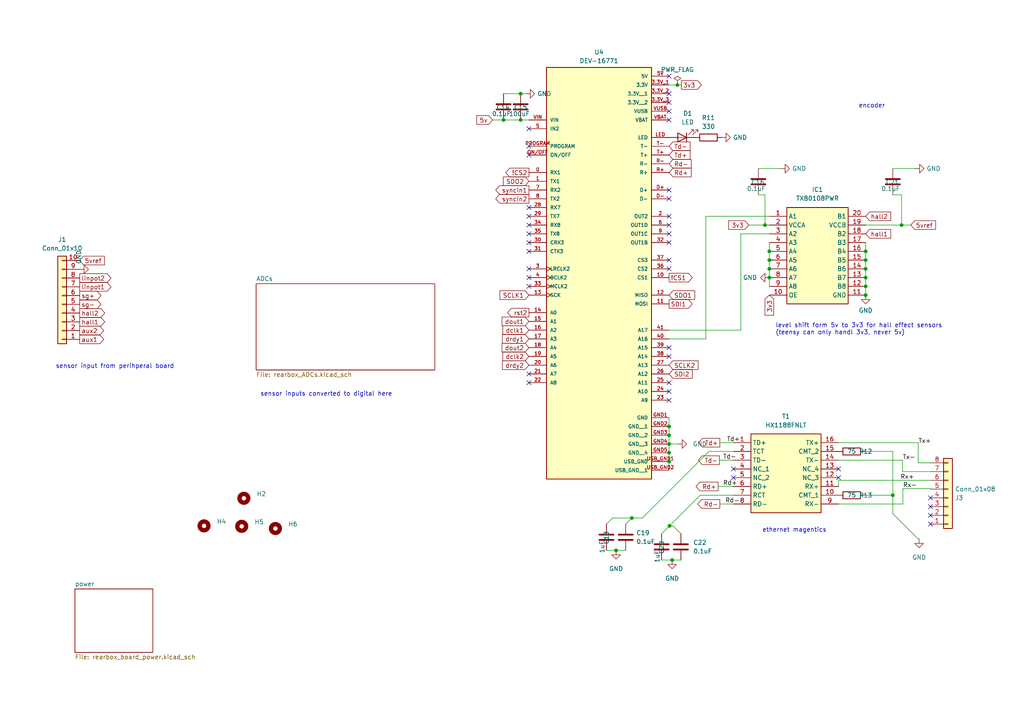
<source format=kicad_sch>
(kicad_sch (version 20230121) (generator eeschema)
  (paper "A4")
  (lib_symbols
    (symbol "BestMagnetic:HX1188FNLT"
      (property "Reference" "T" (at 26.67 7.62 0))
      (property "Value" "HX1188FNLT" (at 26.67 5.08 0))
      (symbol "HX1188FNLT_1_1"
        (rectangle (start 5.08 2.54) (end 25.4 -20.32) (stroke (width 0.254)) (fill (type background)))
        (pin passive line (at 0 0 0) (length 5.08) (name "TD+") (number "1"))
        (pin passive line (at 30.48 -15.24 180) (length 5.08) (name "CMT_1") (number "10"))
        (pin passive line (at 30.48 -12.7 180) (length 5.08) (name "RX+") (number "11"))
        (pin passive line (at 30.48 -10.16 180) (length 5.08) (name "NC_3") (number "12"))
        (pin passive line (at 30.48 -7.62 180) (length 5.08) (name "NC_4") (number "13"))
        (pin passive line (at 30.48 -5.08 180) (length 5.08) (name "TX-") (number "14"))
        (pin passive line (at 30.48 -2.54 180) (length 5.08) (name "CMT_2") (number "15"))
        (pin passive line (at 30.48 0 180) (length 5.08) (name "TX+") (number "16"))
        (pin passive line (at 0 -2.54 0) (length 5.08) (name "TCT") (number "2"))
        (pin passive line (at 0 -5.08 0) (length 5.08) (name "TD-") (number "3"))
        (pin passive line (at 0 -7.62 0) (length 5.08) (name "NC_1") (number "4"))
        (pin passive line (at 0 -10.16 0) (length 5.08) (name "NC_2") (number "5"))
        (pin passive line (at 0 -12.7 0) (length 5.08) (name "RD+") (number "6"))
        (pin passive line (at 0 -15.24 0) (length 5.08) (name "RCT") (number "7"))
        (pin passive line (at 0 -17.78 0) (length 5.08) (name "RD-") (number "8"))
        (pin passive line (at 30.48 -17.78 180) (length 5.08) (name "RX-") (number "9"))
      )
    )
    (symbol "Connector_Generic:Conn_01x08" (pin_names (offset 1.016) hide)
      (property "Reference" "J" (at 0 10.16 0))
      (property "Value" "Conn_01x08" (at 0 -12.7 0))
      (symbol "Conn_01x08_1_1"
        (rectangle (start -1.27 -10.033) (end 0 -10.287) (stroke (width 0.1524)))
        (rectangle (start -1.27 -7.493) (end 0 -7.747) (stroke (width 0.1524)))
        (rectangle (start -1.27 -4.953) (end 0 -5.207) (stroke (width 0.1524)))
        (rectangle (start -1.27 -2.413) (end 0 -2.667) (stroke (width 0.1524)))
        (rectangle (start -1.27 0.127) (end 0 -0.127) (stroke (width 0.1524)))
        (rectangle (start -1.27 2.667) (end 0 2.413) (stroke (width 0.1524)))
        (rectangle (start -1.27 5.207) (end 0 4.953) (stroke (width 0.1524)))
        (rectangle (start -1.27 7.747) (end 0 7.493) (stroke (width 0.1524)))
        (rectangle (start -1.27 8.89) (end 1.27 -11.43) (stroke (width 0.254)) (fill (type background)))
        (pin passive line (at -5.08 7.62 0) (length 3.81) (name "Pin_1") (number "1"))
        (pin passive line (at -5.08 5.08 0) (length 3.81) (name "Pin_2") (number "2"))
        (pin passive line (at -5.08 2.54 0) (length 3.81) (name "Pin_3") (number "3"))
        (pin passive line (at -5.08 0 0) (length 3.81) (name "Pin_4") (number "4"))
        (pin passive line (at -5.08 -2.54 0) (length 3.81) (name "Pin_5") (number "5"))
        (pin passive line (at -5.08 -5.08 0) (length 3.81) (name "Pin_6") (number "6"))
        (pin passive line (at -5.08 -7.62 0) (length 3.81) (name "Pin_7") (number "7"))
        (pin passive line (at -5.08 -10.16 0) (length 3.81) (name "Pin_8") (number "8"))
      )
    )
    (symbol "Connector_Generic:Conn_01x10" (pin_names (offset 1.016) hide)
      (property "Reference" "J" (at 0 12.7 0))
      (property "Value" "Conn_01x10" (at 0 -15.24 0))
      (symbol "Conn_01x10_1_1"
        (rectangle (start -1.27 -12.573) (end 0 -12.827) (stroke (width 0.1524)))
        (rectangle (start -1.27 -10.033) (end 0 -10.287) (stroke (width 0.1524)))
        (rectangle (start -1.27 -7.493) (end 0 -7.747) (stroke (width 0.1524)))
        (rectangle (start -1.27 -4.953) (end 0 -5.207) (stroke (width 0.1524)))
        (rectangle (start -1.27 -2.413) (end 0 -2.667) (stroke (width 0.1524)))
        (rectangle (start -1.27 0.127) (end 0 -0.127) (stroke (width 0.1524)))
        (rectangle (start -1.27 2.667) (end 0 2.413) (stroke (width 0.1524)))
        (rectangle (start -1.27 5.207) (end 0 4.953) (stroke (width 0.1524)))
        (rectangle (start -1.27 7.747) (end 0 7.493) (stroke (width 0.1524)))
        (rectangle (start -1.27 10.287) (end 0 10.033) (stroke (width 0.1524)))
        (rectangle (start -1.27 11.43) (end 1.27 -13.97) (stroke (width 0.254)) (fill (type background)))
        (pin passive line (at -5.08 10.16 0) (length 3.81) (name "Pin_1") (number "1"))
        (pin passive line (at -5.08 -12.7 0) (length 3.81) (name "Pin_10") (number "10"))
        (pin passive line (at -5.08 7.62 0) (length 3.81) (name "Pin_2") (number "2"))
        (pin passive line (at -5.08 5.08 0) (length 3.81) (name "Pin_3") (number "3"))
        (pin passive line (at -5.08 2.54 0) (length 3.81) (name "Pin_4") (number "4"))
        (pin passive line (at -5.08 0 0) (length 3.81) (name "Pin_5") (number "5"))
        (pin passive line (at -5.08 -2.54 0) (length 3.81) (name "Pin_6") (number "6"))
        (pin passive line (at -5.08 -5.08 0) (length 3.81) (name "Pin_7") (number "7"))
        (pin passive line (at -5.08 -7.62 0) (length 3.81) (name "Pin_8") (number "8"))
        (pin passive line (at -5.08 -10.16 0) (length 3.81) (name "Pin_9") (number "9"))
      )
    )
    (symbol "Device:C" (pin_numbers hide) (pin_names (offset 0.254))
      (property "Reference" "C" (at 0.635 2.54 0))
      (property "Value" "C" (at 0.635 -2.54 0))
      (symbol "C_0_1"
        (polyline (pts (xy -2.032 -0.762) (xy 2.032 -0.762)) (stroke (width 0.508)))
        (polyline (pts (xy -2.032 0.762) (xy 2.032 0.762)) (stroke (width 0.508)))
      )
      (symbol "C_1_1"
        (pin passive line (at 0 3.81 270) (length 2.794) (name "~") (number "1"))
        (pin passive line (at 0 -3.81 90) (length 2.794) (name "~") (number "2"))
      )
    )
    (symbol "Device:LED" (pin_numbers hide) (pin_names (offset 1.016) hide)
      (property "Reference" "D" (at 0 2.54 0))
      (property "Value" "LED" (at 0 -2.54 0))
      (symbol "LED_0_1"
        (polyline (pts (xy -1.27 -1.27) (xy -1.27 1.27)) (stroke (width 0.254)))
        (polyline (pts (xy -1.27 0) (xy 1.27 0)))
        (polyline (pts (xy 1.27 -1.27) (xy 1.27 1.27) (xy -1.27 0) (xy 1.27 -1.27)) (stroke (width 0.254)))
        (polyline (pts (xy -3.048 -0.762) (xy -4.572 -2.286) (xy -3.81 -2.286) (xy -4.572 -2.286) (xy -4.572 -1.524)))
        (polyline (pts (xy -1.778 -0.762) (xy -3.302 -2.286) (xy -2.54 -2.286) (xy -3.302 -2.286) (xy -3.302 -1.524)))
      )
      (symbol "LED_1_1"
        (pin passive line (at -3.81 0 0) (length 2.54) (name "K") (number "1"))
        (pin passive line (at 3.81 0 180) (length 2.54) (name "A") (number "2"))
      )
    )
    (symbol "Device:R" (pin_numbers hide) (pin_names (offset 0))
      (property "Reference" "R" (at 2.032 0 90))
      (property "Value" "R" (at 0 0 90))
      (symbol "R_0_1"
        (rectangle (start -1.016 -2.54) (end 1.016 2.54) (stroke (width 0.254)))
      )
      (symbol "R_1_1"
        (pin passive line (at 0 3.81 270) (length 1.27) (name "~") (number "1"))
        (pin passive line (at 0 -3.81 90) (length 1.27) (name "~") (number "2"))
      )
    )
    (symbol "Mechanical:MountingHole" (pin_names (offset 1.016))
      (property "Reference" "H" (at 0 5.08 0))
      (property "Value" "MountingHole" (at 0 3.175 0))
      (symbol "MountingHole_0_1"
        (circle (center 0 0) (radius 1.27) (stroke (width 1.27)))
      )
    )
    (symbol "mainbox:DEV-16771" (pin_names (offset 1.016))
      (property "Reference" "U5" (at 0 55.245 0))
      (property "Value" "DEV-16771" (at 0 52.705 0))
      (symbol "DEV-16771_0_0"
        (rectangle (start -15.24 -68.58) (end 15.24 50.8) (stroke (width 0.254)) (fill (type background)))
        (pin bidirectional line (at -20.32 20.32 0) (length 5.08) (name "RX1") (number "0"))
        (pin bidirectional line (at -20.32 17.78 0) (length 5.08) (name "TX1") (number "1"))
        (pin bidirectional line (at 20.32 -10.16 180) (length 5.08) (name "CS1") (number "10"))
        (pin bidirectional line (at 20.32 -17.78 180) (length 5.08) (name "MOSI") (number "11"))
        (pin bidirectional line (at 20.32 -15.24 180) (length 5.08) (name "MISO") (number "12"))
        (pin bidirectional clock (at -20.32 -15.24 0) (length 5.08) (name "SCK") (number "13"))
        (pin bidirectional line (at -20.32 -20.32 0) (length 5.08) (name "A0") (number "14"))
        (pin bidirectional line (at -20.32 -22.86 0) (length 5.08) (name "A1") (number "15"))
        (pin bidirectional line (at -20.32 -25.4 0) (length 5.08) (name "A2") (number "16"))
        (pin bidirectional line (at -20.32 -27.94 0) (length 5.08) (name "A3") (number "17"))
        (pin bidirectional line (at -20.32 -30.48 0) (length 5.08) (name "A4") (number "18"))
        (pin bidirectional line (at -20.32 -33.02 0) (length 5.08) (name "A5") (number "19"))
        (pin output line (at 20.32 7.62 180) (length 5.08) (name "OUT2") (number "2"))
        (pin bidirectional line (at -20.32 -35.56 0) (length 5.08) (name "A6") (number "20"))
        (pin bidirectional line (at -20.32 -38.1 0) (length 5.08) (name "A7") (number "21"))
        (pin bidirectional line (at -20.32 -40.64 0) (length 5.08) (name "A8") (number "22"))
        (pin bidirectional line (at 20.32 -45.72 180) (length 5.08) (name "A9") (number "23"))
        (pin bidirectional line (at 20.32 -43.18 180) (length 5.08) (name "A10") (number "24"))
        (pin bidirectional line (at 20.32 -40.64 180) (length 5.08) (name "A11") (number "25"))
        (pin bidirectional line (at 20.32 -38.1 180) (length 5.08) (name "A12") (number "26"))
        (pin bidirectional line (at 20.32 -35.56 180) (length 5.08) (name "A13") (number "27"))
        (pin bidirectional line (at -20.32 10.16 0) (length 5.08) (name "RX7") (number "28"))
        (pin bidirectional line (at -20.32 7.62 0) (length 5.08) (name "TX7") (number "29"))
        (pin bidirectional clock (at -20.32 -7.62 0) (length 5.08) (name "LRCLK2") (number "3"))
        (pin power_in line (at 20.32 45.72 180) (length 5.08) (name "3.3V") (number "3.3V_1"))
        (pin power_in line (at 20.32 43.18 180) (length 5.08) (name "3.3V__1") (number "3.3V_2"))
        (pin power_in line (at 20.32 40.64 180) (length 5.08) (name "3.3V__2") (number "3.3V_3"))
        (pin bidirectional line (at -20.32 0 0) (length 5.08) (name "CRX3") (number "30"))
        (pin bidirectional line (at -20.32 -2.54 0) (length 5.08) (name "CTX3") (number "31"))
        (pin output line (at 20.32 0 180) (length 5.08) (name "OUT1B") (number "32"))
        (pin bidirectional clock (at -20.32 -12.7 0) (length 5.08) (name "MCLK2") (number "33"))
        (pin bidirectional line (at -20.32 5.08 0) (length 5.08) (name "RX8") (number "34"))
        (pin bidirectional line (at -20.32 2.54 0) (length 5.08) (name "TX8") (number "35"))
        (pin bidirectional line (at 20.32 -7.62 180) (length 5.08) (name "CS2") (number "36"))
        (pin bidirectional line (at 20.32 -5.08 180) (length 5.08) (name "CS3") (number "37"))
        (pin bidirectional line (at 20.32 -33.02 180) (length 5.08) (name "A14") (number "38"))
        (pin bidirectional line (at 20.32 -30.48 180) (length 5.08) (name "A15") (number "39"))
        (pin bidirectional clock (at -20.32 -10.16 0) (length 5.08) (name "BCLK2") (number "4"))
        (pin bidirectional line (at 20.32 -27.94 180) (length 5.08) (name "A16") (number "40"))
        (pin bidirectional line (at 20.32 -25.4 180) (length 5.08) (name "A17") (number "41"))
        (pin bidirectional line (at -20.32 33.02 0) (length 5.08) (name "IN2") (number "5"))
        (pin power_in line (at 20.32 48.26 180) (length 5.08) (name "5V") (number "5V"))
        (pin output line (at 20.32 5.08 180) (length 5.08) (name "OUT1D") (number "6"))
        (pin bidirectional line (at -20.32 15.24 0) (length 5.08) (name "RX2") (number "7"))
        (pin bidirectional line (at -20.32 12.7 0) (length 5.08) (name "TX2") (number "8"))
        (pin output line (at 20.32 2.54 180) (length 5.08) (name "OUT1C") (number "9"))
        (pin bidirectional line (at 20.32 15.24 180) (length 5.08) (name "D+") (number "D+"))
        (pin bidirectional line (at 20.32 12.7 180) (length 5.08) (name "D-") (number "D-"))
        (pin power_in line (at 20.32 -50.8 180) (length 5.08) (name "GND") (number "GND1"))
        (pin power_in line (at 20.32 -53.34 180) (length 5.08) (name "GND__1") (number "GND2"))
        (pin power_in line (at 20.32 -55.88 180) (length 5.08) (name "GND__2") (number "GND3"))
        (pin power_in line (at 20.32 -58.42 180) (length 5.08) (name "GND__3") (number "GND4"))
        (pin power_in line (at 20.32 -60.96 180) (length 5.08) (name "GND__4") (number "GND5"))
        (pin bidirectional line (at 20.32 30.48 180) (length 5.08) (name "LED") (number "LED"))
        (pin bidirectional line (at -20.32 25.4 0) (length 5.08) (name "ON/OFF") (number "ON/OFF"))
        (pin bidirectional line (at -20.32 27.94 0) (length 5.08) (name "PROGRAM") (number "PROGRAM"))
        (pin bidirectional line (at 20.32 20.32 180) (length 5.08) (name "R+") (number "R+"))
        (pin bidirectional line (at 20.32 22.86 180) (length 5.08) (name "R-") (number "R-"))
        (pin bidirectional line (at 20.32 25.4 180) (length 5.08) (name "T+") (number "T+"))
        (pin bidirectional line (at 20.32 27.94 180) (length 5.08) (name "T-") (number "T-"))
        (pin power_in line (at 20.32 -63.5 180) (length 5.08) (name "USB_GND") (number "USB_GND1"))
        (pin power_in line (at 20.32 -66.04 180) (length 5.08) (name "USB_GND__1") (number "USB_GND2"))
        (pin passive line (at 20.32 35.56 180) (length 5.08) (name "VBAT") (number "VBAT"))
        (pin input line (at -20.32 35.56 0) (length 5.08) (name "VIN") (number "VIN"))
        (pin passive line (at 20.32 38.1 180) (length 5.08) (name "VUSB") (number "VUSB"))
      )
    )
    (symbol "mainbox:TXB0108PWR"
      (property "Reference" "IC" (at 24.13 7.62 0))
      (property "Value" "TXB0108PWR" (at 24.13 5.08 0))
      (symbol "TXB0108PWR_1_1"
        (rectangle (start 5.08 2.54) (end 22.86 -25.4) (stroke (width 0.254)) (fill (type background)))
        (pin passive line (at 0 0 0) (length 5.08) (name "A1") (number "1"))
        (pin passive line (at 0 -22.86 0) (length 5.08) (name "OE") (number "10"))
        (pin passive line (at 27.94 -22.86 180) (length 5.08) (name "GND") (number "11"))
        (pin passive line (at 27.94 -20.32 180) (length 5.08) (name "B8") (number "12"))
        (pin passive line (at 27.94 -17.78 180) (length 5.08) (name "B7") (number "13"))
        (pin passive line (at 27.94 -15.24 180) (length 5.08) (name "B6") (number "14"))
        (pin passive line (at 27.94 -12.7 180) (length 5.08) (name "B5") (number "15"))
        (pin passive line (at 27.94 -10.16 180) (length 5.08) (name "B4") (number "16"))
        (pin passive line (at 27.94 -7.62 180) (length 5.08) (name "B3") (number "17"))
        (pin passive line (at 27.94 -5.08 180) (length 5.08) (name "B2") (number "18"))
        (pin passive line (at 27.94 -2.54 180) (length 5.08) (name "VCCB") (number "19"))
        (pin passive line (at 0 -2.54 0) (length 5.08) (name "VCCA") (number "2"))
        (pin passive line (at 27.94 0 180) (length 5.08) (name "B1") (number "20"))
        (pin passive line (at 0 -5.08 0) (length 5.08) (name "A2") (number "3"))
        (pin passive line (at 0 -7.62 0) (length 5.08) (name "A3") (number "4"))
        (pin passive line (at 0 -10.16 0) (length 5.08) (name "A4") (number "5"))
        (pin passive line (at 0 -12.7 0) (length 5.08) (name "A5") (number "6"))
        (pin passive line (at 0 -15.24 0) (length 5.08) (name "A6") (number "7"))
        (pin passive line (at 0 -17.78 0) (length 5.08) (name "A7") (number "8"))
        (pin passive line (at 0 -20.32 0) (length 5.08) (name "A8") (number "9"))
      )
    )
    (symbol "power:GND" (power) (pin_names (offset 0))
      (property "Value" "GND" (at 0 -3.81 0))
      (symbol "GND_0_1"
        (polyline (pts (xy 0 0) (xy 0 -1.27) (xy 1.27 -1.27) (xy 0 -2.54) (xy -1.27 -1.27) (xy 0 -1.27)))
      )
      (symbol "GND_1_1"
        (pin power_in line (at 0 0 270) (length 0) hide (name "GND") (number "1"))
      )
    )
    (symbol "power:PWR_FLAG" (power) (pin_numbers hide) (pin_names (offset 0) hide)
      (property "Value" "PWR_FLAG" (at 0 3.81 0))
      (symbol "PWR_FLAG_0_0"
        (pin power_out line (at 0 0 90) (length 0) (name "pwr") (number "1"))
      )
      (symbol "PWR_FLAG_0_1"
        (polyline (pts (xy 0 0) (xy 0 1.27) (xy -1.016 1.905) (xy 0 2.54) (xy 1.016 1.905) (xy 0 1.27)))
      )
    )
  )
  (junction (at 251.079 85.598))
  (junction (at 194.056 123.698))
  (junction (at 194.056 131.318))
  (junction (at 251.079 75.438))
  (junction (at 194.183 152.527))
  (junction (at 194.056 133.858))
  (junction (at 223.139 77.978))
  (junction (at 251.079 80.518))
  (junction (at 251.079 77.978))
  (junction (at 261.493 65.278))
  (junction (at 223.139 75.438))
  (junction (at 221.869 65.278))
  (junction (at 194.056 128.778))
  (junction (at 258.953 143.637))
  (junction (at 146.05 34.798))
  (junction (at 194.056 126.238))
  (junction (at 223.139 72.898))
  (junction (at 151.003 27.178))
  (junction (at 194.945 162.433))
  (junction (at 196.469 24.638))
  (junction (at 251.079 83.058))
  (junction (at 151.003 34.798))
  (junction (at 223.139 80.518))
  (junction (at 183.261 150.241))
  (junction (at 178.689 159.639))
  (junction (at 251.079 72.898))
  (no_connect (at 153.416 110.998))
  (no_connect (at 153.416 77.978))
  (no_connect (at 153.416 60.198))
  (no_connect (at 269.875 149.479))
  (no_connect (at 194.056 70.358))
  (no_connect (at 194.056 34.798))
  (no_connect (at 243.205 136.017))
  (no_connect (at 194.056 55.118))
  (no_connect (at 153.416 42.418))
  (no_connect (at 194.056 100.838))
  (no_connect (at 243.205 138.557))
  (no_connect (at 153.416 62.738))
  (no_connect (at 153.416 72.898))
  (no_connect (at 153.416 44.958))
  (no_connect (at 153.416 83.058))
  (no_connect (at 194.056 29.718))
  (no_connect (at 194.056 65.278))
  (no_connect (at 153.416 37.338))
  (no_connect (at 194.056 32.258))
  (no_connect (at 194.056 116.078))
  (no_connect (at 194.056 27.178))
  (no_connect (at 194.056 67.818))
  (no_connect (at 194.056 110.998))
  (no_connect (at 212.725 138.557))
  (no_connect (at 194.056 75.438))
  (no_connect (at 153.416 70.358))
  (no_connect (at 212.725 136.017))
  (no_connect (at 153.416 65.278))
  (no_connect (at 269.875 152.019))
  (no_connect (at 194.056 103.378))
  (no_connect (at 269.875 146.939))
  (no_connect (at 194.056 62.738))
  (no_connect (at 194.056 22.098))
  (no_connect (at 194.056 77.978))
  (no_connect (at 153.416 67.818))
  (no_connect (at 153.416 80.518))
  (no_connect (at 269.875 144.399))
  (no_connect (at 153.416 108.458))
  (no_connect (at 194.056 113.538))
  (no_connect (at 194.056 57.658))
  (wire (pts (xy 258.953 143.637) (xy 258.953 148.971)))
  (wire (pts (xy 266.319 156.337) (xy 266.573 156.337)))
  (wire (pts (xy 178.689 159.639) (xy 181.483 159.639)))
  (wire (pts (xy 250.825 143.637) (xy 258.953 143.637)))
  (wire (pts (xy 221.869 65.278) (xy 221.869 56.515)))
  (wire (pts (xy 208.28 141.097) (xy 212.725 141.097)))
  (wire (pts (xy 208.788 146.177) (xy 212.725 146.177)))
  (wire (pts (xy 191.897 154.813) (xy 194.183 152.527)))
  (wire (pts (xy 204.724 98.298) (xy 194.056 98.298)))
  (wire (pts (xy 214.884 95.758) (xy 214.884 67.818)))
  (wire (pts (xy 223.139 75.438) (xy 223.139 77.978)))
  (wire (pts (xy 261.493 65.278) (xy 261.493 56.515)))
  (wire (pts (xy 175.895 159.639) (xy 178.689 159.639)))
  (wire (pts (xy 212.725 143.637) (xy 203.073 143.637)))
  (wire (pts (xy 208.661 133.477) (xy 212.725 133.477)))
  (wire (pts (xy 177.673 150.241) (xy 183.261 150.241)))
  (wire (pts (xy 243.205 139.319) (xy 269.875 139.319)))
  (wire (pts (xy 191.897 162.433) (xy 194.945 162.433)))
  (wire (pts (xy 194.056 123.698) (xy 194.056 126.238)))
  (wire (pts (xy 251.079 77.978) (xy 251.079 80.518)))
  (wire (pts (xy 266.319 128.397) (xy 266.319 134.239)))
  (wire (pts (xy 223.139 70.358) (xy 223.139 72.898)))
  (wire (pts (xy 261.493 65.278) (xy 264.16 65.278)))
  (wire (pts (xy 194.056 133.858) (xy 194.056 136.398)))
  (wire (pts (xy 223.139 72.898) (xy 223.139 75.438)))
  (wire (pts (xy 195.199 152.527) (xy 197.485 154.813)))
  (wire (pts (xy 251.079 65.278) (xy 261.493 65.278)))
  (wire (pts (xy 258.953 130.937) (xy 258.953 143.637)))
  (wire (pts (xy 194.183 152.527) (xy 195.199 152.527)))
  (wire (pts (xy 250.825 130.937) (xy 258.953 130.937)))
  (wire (pts (xy 142.875 34.798) (xy 146.05 34.798)))
  (wire (pts (xy 212.725 130.937) (xy 205.613 130.937)))
  (wire (pts (xy 261.874 141.732) (xy 261.874 146.177)))
  (wire (pts (xy 197.612 24.638) (xy 196.469 24.638)))
  (wire (pts (xy 258.953 56.515) (xy 261.493 56.515)))
  (wire (pts (xy 261.747 133.477) (xy 261.747 136.779)))
  (wire (pts (xy 251.079 75.438) (xy 251.079 77.978)))
  (wire (pts (xy 204.724 62.738) (xy 204.724 98.298)))
  (wire (pts (xy 258.953 148.971) (xy 266.319 156.337)))
  (wire (pts (xy 151.003 27.178) (xy 152.527 27.178)))
  (wire (pts (xy 261.747 136.779) (xy 269.875 136.779)))
  (wire (pts (xy 194.056 126.238) (xy 194.056 128.778)))
  (wire (pts (xy 219.964 48.895) (xy 226.441 48.895)))
  (wire (pts (xy 243.205 128.397) (xy 266.319 128.397)))
  (wire (pts (xy 251.079 70.358) (xy 251.079 72.898)))
  (wire (pts (xy 194.056 128.778) (xy 194.056 131.318)))
  (wire (pts (xy 261.747 133.477) (xy 243.205 133.477)))
  (wire (pts (xy 223.139 62.738) (xy 204.724 62.738)))
  (wire (pts (xy 214.884 67.818) (xy 223.139 67.818)))
  (wire (pts (xy 186.309 150.241) (xy 205.613 130.937)))
  (wire (pts (xy 208.788 128.397) (xy 212.725 128.397)))
  (wire (pts (xy 258.953 48.895) (xy 265.43 48.895)))
  (wire (pts (xy 183.261 150.241) (xy 186.309 150.241)))
  (wire (pts (xy 269.875 141.732) (xy 269.875 141.859)))
  (wire (pts (xy 217.17 65.278) (xy 221.869 65.278)))
  (wire (pts (xy 194.056 95.758) (xy 214.884 95.758)))
  (wire (pts (xy 251.079 80.518) (xy 251.079 83.058)))
  (wire (pts (xy 194.945 162.433) (xy 197.485 162.433)))
  (wire (pts (xy 261.874 146.177) (xy 243.205 146.177)))
  (wire (pts (xy 223.139 77.978) (xy 223.139 80.518)))
  (wire (pts (xy 194.056 128.778) (xy 196.596 128.778)))
  (wire (pts (xy 221.869 65.278) (xy 223.139 65.278)))
  (wire (pts (xy 151.003 34.798) (xy 153.416 34.798)))
  (wire (pts (xy 223.139 80.518) (xy 223.139 83.058)))
  (wire (pts (xy 194.056 131.318) (xy 194.056 133.858)))
  (wire (pts (xy 219.964 56.515) (xy 221.869 56.515)))
  (wire (pts (xy 194.056 121.158) (xy 194.056 123.698)))
  (wire (pts (xy 146.05 27.178) (xy 151.003 27.178)))
  (wire (pts (xy 269.875 134.239) (xy 266.319 134.239)))
  (wire (pts (xy 183.261 150.241) (xy 181.483 152.019)))
  (wire (pts (xy 261.874 141.732) (xy 269.875 141.732)))
  (wire (pts (xy 177.673 150.241) (xy 175.895 152.019)))
  (wire (pts (xy 251.079 83.058) (xy 251.079 85.598)))
  (wire (pts (xy 196.469 24.638) (xy 194.056 24.638)))
  (wire (pts (xy 194.183 152.527) (xy 203.073 143.637)))
  (wire (pts (xy 251.079 72.898) (xy 251.079 75.438)))
  (wire (pts (xy 243.205 139.319) (xy 243.205 141.097)))
  (wire (pts (xy 146.05 34.798) (xy 151.003 34.798)))
  (text "sensor inputs converted to digital here" (at 75.487 115.1009 0) (effects (font (size 1.27 1.27)) (justify left bottom)))
  (text "sensor input from perihperal board" (at 16.129 107.061 0) (effects (font (size 1.27 1.27)) (justify left bottom)))
  (text "encoder" (at 249.047 31.496 0) (effects (font (size 1.27 1.27)) (justify left bottom)))
  (text "ethernet magentics" (at 221.107 154.559 0) (effects (font (size 1.27 1.27)) (justify left bottom)))
  (text "level shift form 5v to 3v3 for hall effect sensors\n(teensy can only handl 3v3, never 5v)" (at 224.917 97.282 0) (effects (font (size 1.27 1.27)) (justify left bottom)))
  (label "Tx+" (at 266.319 128.905 0))
  (label "Rx+" (at 261.112 139.319 0))
  (label "Rd+" (at 209.677 141.097 0))
  (label "Rd-" (at 210.312 146.177 0))
  (label "Td-" (at 209.677 133.477 0))
  (label "Td+" (at 210.7675 128.397 0))
  (label "Tx-" (at 261.747 133.604 0))
  (label "Rx-" (at 261.874 141.732 0))
  (global_label "Td-" (shape input) (at 194.056 42.418 0) (property "Intersheetrefs" "${INTERSHEET_REFS}" (effects hide)))
  (global_label "Td+" (shape output) (at 208.788 128.397 180) (property "Intersheetrefs" "${INTERSHEET_REFS}" (effects hide)))
  (global_label "drdy1" (shape input) (at 153.416 98.298 180) (property "Intersheetrefs" "${INTERSHEET_REFS}" (effects hide)))
  (global_label "dout2" (shape input) (at 153.416 100.838 180) (property "Intersheetrefs" "${INTERSHEET_REFS}" (effects hide)))
  (global_label "Td-" (shape output) (at 208.661 133.477 180) (property "Intersheetrefs" "${INTERSHEET_REFS}" (effects hide)))
  (global_label "5v" (shape input) (at 142.875 34.798 180) (property "Intersheetrefs" "${INTERSHEET_REFS}" (effects hide)))
  (global_label "linpot2" (shape output) (at 23.114 80.645 0) (property "Intersheetrefs" "${INTERSHEET_REFS}" (effects hide)))
  (global_label "Rd+" (shape output) (at 208.28 141.097 180) (property "Intersheetrefs" "${INTERSHEET_REFS}" (effects hide)))
  (global_label "SCLK2" (shape input) (at 194.056 105.918 0) (property "Intersheetrefs" "${INTERSHEET_REFS}" (effects hide)))
  (global_label "syncin1" (shape output) (at 153.416 55.118 180) (property "Intersheetrefs" "${INTERSHEET_REFS}" (effects hide)))
  (global_label "Rd-" (shape input) (at 194.056 47.498 0) (property "Intersheetrefs" "${INTERSHEET_REFS}" (effects hide)))
  (global_label "hall2" (shape input) (at 251.079 62.738 0) (property "Intersheetrefs" "${INTERSHEET_REFS}" (effects hide)))
  (global_label "aux1" (shape output) (at 23.114 98.425 0) (property "Intersheetrefs" "${INTERSHEET_REFS}" (effects hide)))
  (global_label "5vref" (shape input) (at 23.114 75.565 0) (property "Intersheetrefs" "${INTERSHEET_REFS}" (effects hide)))
  (global_label "sg+" (shape output) (at 23.114 85.725 0) (property "Intersheetrefs" "${INTERSHEET_REFS}" (effects hide)))
  (global_label "3v3" (shape input) (at 223.139 85.598 270) (property "Intersheetrefs" "${INTERSHEET_REFS}" (effects hide)))
  (global_label "rst2" (shape output) (at 153.416 90.678 180) (property "Intersheetrefs" "${INTERSHEET_REFS}" (effects hide)))
  (global_label "SDO1" (shape input) (at 194.056 85.598 0) (property "Intersheetrefs" "${INTERSHEET_REFS}" (effects hide)))
  (global_label "SDO2" (shape input) (at 153.416 52.578 180) (property "Intersheetrefs" "${INTERSHEET_REFS}" (effects hide)))
  (global_label "Rd+" (shape input) (at 194.056 50.038 0) (property "Intersheetrefs" "${INTERSHEET_REFS}" (effects hide)))
  (global_label "hall2" (shape output) (at 23.114 90.805 0) (property "Intersheetrefs" "${INTERSHEET_REFS}" (effects hide)))
  (global_label "3v3" (shape input) (at 217.17 65.278 180) (property "Intersheetrefs" "${INTERSHEET_REFS}" (effects hide)))
  (global_label "hall1" (shape input) (at 251.079 67.818 0) (property "Intersheetrefs" "${INTERSHEET_REFS}" (effects hide)))
  (global_label "!CS2" (shape output) (at 153.416 50.038 180) (property "Intersheetrefs" "${INTERSHEET_REFS}" (effects hide)))
  (global_label "5vref" (shape input) (at 264.16 65.278 0) (property "Intersheetrefs" "${INTERSHEET_REFS}" (effects hide)))
  (global_label "dclk1" (shape input) (at 153.416 95.758 180) (property "Intersheetrefs" "${INTERSHEET_REFS}" (effects hide)))
  (global_label "linpot1" (shape output) (at 23.114 83.185 0) (property "Intersheetrefs" "${INTERSHEET_REFS}" (effects hide)))
  (global_label "drdy2" (shape input) (at 153.416 105.918 180) (property "Intersheetrefs" "${INTERSHEET_REFS}" (effects hide)))
  (global_label "syncin2" (shape output) (at 153.416 57.658 180) (property "Intersheetrefs" "${INTERSHEET_REFS}" (effects hide)))
  (global_label "3v3" (shape output) (at 197.612 24.638 0) (property "Intersheetrefs" "${INTERSHEET_REFS}" (effects hide)))
  (global_label "Rd-" (shape output) (at 208.788 146.177 180) (property "Intersheetrefs" "${INTERSHEET_REFS}" (effects hide)))
  (global_label "SDI1" (shape output) (at 194.056 88.138 0) (property "Intersheetrefs" "${INTERSHEET_REFS}" (effects hide)))
  (global_label "SCLK1" (shape input) (at 153.416 85.598 180) (property "Intersheetrefs" "${INTERSHEET_REFS}" (effects hide)))
  (global_label "!CS1" (shape output) (at 194.056 80.518 0) (property "Intersheetrefs" "${INTERSHEET_REFS}" (effects hide)))
  (global_label "aux2" (shape output) (at 23.114 95.885 0) (property "Intersheetrefs" "${INTERSHEET_REFS}" (effects hide)))
  (global_label "dout1" (shape input) (at 153.416 93.218 180) (property "Intersheetrefs" "${INTERSHEET_REFS}" (effects hide)))
  (global_label "dclk2" (shape input) (at 153.416 103.378 180) (property "Intersheetrefs" "${INTERSHEET_REFS}" (effects hide)))
  (global_label "sg-" (shape output) (at 23.114 88.265 0) (property "Intersheetrefs" "${INTERSHEET_REFS}" (effects hide)))
  (global_label "hall1" (shape output) (at 23.114 93.345 0) (property "Intersheetrefs" "${INTERSHEET_REFS}" (effects hide)))
  (global_label "SDI2" (shape input) (at 194.056 108.458 0) (property "Intersheetrefs" "${INTERSHEET_REFS}" (effects hide)))
  (global_label "Td+" (shape input) (at 194.056 44.958 0) (property "Intersheetrefs" "${INTERSHEET_REFS}" (effects hide)))
  (symbol (lib_id "power:GND") (at 223.139 80.518 270) (unit 1)
    (property "Reference" "#PWR027" (effects hide))
    (property "Value" "GND" (at 219.583 80.518 90) (effects (justify right)))
  )
  (symbol (lib_id "Device:C") (at 197.485 158.623 0) (unit 1)
    (property "Reference" "C22" (at 201.041 157.353 0) (effects (justify left)))
    (property "Value" "0.1uF" (at 201.041 159.893 0) (effects (justify left)))
    (property "Footprint" "Capacitor_SMD:C_0603_1608Metric" (effects hide))
  )
  (symbol (lib_id "power:GND") (at 152.527 27.178 90) (unit 1)
    (property "Reference" "#PWR024" (effects hide))
    (property "Value" "GND" (at 155.829 27.178 90) (effects (justify right)))
  )
  (symbol (lib_id "Device:C") (at 258.953 52.705 180) (unit 1)
    (property "Reference" "C21" (at 258.826 52.832 0))
    (property "Value" "0.1uF" (at 258.318 54.737 0))
    (property "Footprint" "Capacitor_SMD:C_0603_1608Metric" (effects hide))
  )
  (symbol (lib_id "Device:R") (at 247.015 143.637 90) (unit 1)
    (property "Reference" "R13" (at 251.079 143.637 90))
    (property "Value" "75" (at 247.015 143.637 90))
    (property "Footprint" "Resistor_SMD:R_0603_1608Metric" (effects hide))
  )
  (symbol (lib_id "Mechanical:MountingHole") (at 70.739 144.526 0) (unit 1)
    (property "Reference" "H2" (at 74.422 143.256 0) (effects (justify left)))
    (property "Value" "MountingHole" (effects hide))
    (property "Footprint" "MountingHole:MountingHole_2.7mm_M2.5_DIN965_Pad" (effects hide))
  )
  (symbol (lib_id "power:GND") (at 178.689 159.639 0) (unit 1)
    (property "Reference" "#PWR029" (effects hide))
    (property "Value" "GND" (at 178.689 164.973 0))
  )
  (symbol (lib_id "mainbox:DEV-16771") (at 173.736 70.358 0) (unit 1)
    (property "Reference" "U4" (at 173.736 15.113 0))
    (property "Value" "DEV-16771" (at 173.736 17.653 0))
    (property "Footprint" "mainboxfp:MODULE_DEV-16771" (effects hide))
    (property "PARTREV" "4.1" (effects hide))
    (property "MANUFACTURER" "SparkFun Electronics" (effects hide))
    (property "MAXIMUM_PACKAGE_HEIGHT" "4.07mm" (effects hide))
    (property "STANDARD" "Manufacturer recommendations" (effects hide))
  )
  (symbol (lib_id "power:GND") (at 251.079 85.598 0) (unit 1)
    (property "Reference" "#PWR030" (effects hide))
    (property "Value" "GND" (at 251.079 90.043 0))
  )
  (symbol (lib_id "Device:R") (at 205.486 39.878 90) (unit 1)
    (property "Reference" "R11" (at 205.486 34.163 90))
    (property "Value" "330" (at 205.486 36.703 90))
    (property "Footprint" "LED_SMD:LED_1206_3216Metric" (effects hide))
  )
  (symbol (lib_id "power:GND") (at 23.114 78.105 90) (unit 1)
    (property "Reference" "#PWR015" (effects hide))
    (property "Value" "GND" (at 22.86 74.549 0))
  )
  (symbol (lib_id "Device:C") (at 191.897 158.623 180) (unit 1)
    (property "Reference" "C20" (at 191.897 158.75 90))
    (property "Value" "1uF" (at 190.627 161.417 90))
    (property "Footprint" "Capacitor_SMD:C_0603_1608Metric" (effects hide))
  )
  (symbol (lib_id "mainbox:TXB0108PWR") (at 223.139 62.738 0) (unit 1)
    (property "Reference" "IC1" (at 237.109 54.991 0))
    (property "Value" "TXB0108PWR" (at 237.109 57.531 0))
    (property "Footprint" "mainboxfp:SOP65P640X120-20N" (effects hide))
    (property "Datasheet" "http://www.ti.com/lit/ds/symlink/txb0108.pdf" (effects hide))
    (property "Height" "1.2" (effects hide))
    (property "Mouser Part Number" "595-TXB0108PWR" (effects hide))
    (property "Mouser Price/Stock" "https://www.mouser.co.uk/ProductDetail/Texas-Instruments/TXB0108PWR?qs=oFXvjAmG9EgEUWGWzOVFCA%3D%3D" (effects hide))
    (property "Manufacturer_Name" "Texas Instruments" (effects hide))
    (property "Manufacturer_Part_Number" "TXB0108PWR" (effects hide))
  )
  (symbol (lib_id "power:GND") (at 266.573 156.337 0) (unit 1)
    (property "Reference" "#PWR033" (effects hide))
    (property "Value" "GND" (at 266.573 161.671 0))
  )
  (symbol (lib_id "Device:R") (at 247.015 130.937 90) (unit 1)
    (property "Reference" "R12" (at 251.079 130.937 90))
    (property "Value" "75" (at 247.015 130.937 90))
    (property "Footprint" "Resistor_SMD:R_0603_1608Metric" (effects hide))
  )
  (symbol (lib_id "power:GND") (at 265.43 48.895 90) (unit 1)
    (property "Reference" "#PWR032" (effects hide))
    (property "Value" "GND" (at 268.732 48.895 90) (effects (justify right)))
  )
  (symbol (lib_id "power:GND") (at 196.596 128.778 90) (unit 1)
    (property "Reference" "#PWR025" (effects hide))
    (property "Value" "GND" (at 200.914 128.778 90) (effects (justify right)))
  )
  (symbol (lib_id "power:GND") (at 209.296 39.878 90) (unit 1)
    (property "Reference" "#PWR026" (effects hide))
    (property "Value" "GND" (at 212.598 39.878 90) (effects (justify right)))
  )
  (symbol (lib_id "Device:C") (at 219.964 52.705 180) (unit 1)
    (property "Reference" "C16" (at 219.837 52.832 0))
    (property "Value" "0.1uF" (at 219.329 54.737 0))
    (property "Footprint" "Capacitor_SMD:C_0603_1608Metric" (effects hide))
  )
  (symbol (lib_id "Mechanical:MountingHole") (at 79.883 153.289 0) (unit 1)
    (property "Reference" "H6" (at 83.566 152.019 0) (effects (justify left)))
    (property "Value" "MountingHole" (effects hide))
    (property "Footprint" "MountingHole:MountingHole_2.7mm_M2.5_DIN965_Pad" (effects hide))
  )
  (symbol (lib_id "Mechanical:MountingHole") (at 70.104 152.654 0) (unit 1)
    (property "Reference" "H5" (at 73.787 151.384 0) (effects (justify left)))
    (property "Value" "MountingHole" (effects hide))
    (property "Footprint" "MountingHole:MountingHole_2.7mm_M2.5_DIN965_Pad" (effects hide))
  )
  (symbol (lib_id "BestMagnetic:HX1188FNLT") (at 212.725 128.397 0) (unit 1)
    (property "Reference" "T1" (at 227.965 120.777 0))
    (property "Value" "HX1188FNLT" (at 227.965 123.317 0))
    (property "Footprint" "Magnetic_breakout:HX1188FNLT" (effects hide))
    (property "Datasheet" "https://productfinder.pulseeng.com/products/datasheets/hx1188fnl.pdf" (effects hide))
    (property "Height" "5.99" (effects hide))
    (property "Mouser Part Number" "673-HX1188FNLT" (effects hide))
    (property "Mouser Price/Stock" "https://www.mouser.co.uk/ProductDetail/Pulse-Electronics/HX1188FNLT?qs=tJ9riMc3cOc7BmUs9nU7TQ%3D%3D" (effects hide))
    (property "Manufacturer_Name" "Pulse Electronics" (effects hide))
    (property "Manufacturer_Part_Number" "HX1188FNLT" (effects hide))
  )
  (symbol (lib_id "Connector_Generic:Conn_01x10") (at 18.034 88.265 180) (unit 1)
    (property "Reference" "J1" (at 18.034 69.469 0))
    (property "Value" "Conn_01x10" (at 18.034 72.009 0))
    (property "Footprint" "peripheralio:SMD_picoblade_hori_1x10" (effects hide))
  )
  (symbol (lib_id "Device:C") (at 175.895 155.829 180) (unit 1)
    (property "Reference" "C18" (at 175.895 155.956 90))
    (property "Value" "1uF" (at 174.625 158.623 90))
    (property "Footprint" "Capacitor_SMD:C_0603_1608Metric" (effects hide))
  )
  (symbol (lib_id "Device:C") (at 146.05 30.988 180) (unit 1)
    (property "Reference" "C14" (at 145.923 31.115 0))
    (property "Value" "0.1uF" (at 145.415 33.02 0))
    (property "Footprint" "Capacitor_SMD:C_0603_1608Metric" (effects hide))
  )
  (symbol (lib_id "Device:C") (at 151.003 30.988 0) (unit 1)
    (property "Reference" "C15" (at 151.003 31.115 0))
    (property "Value" "100uF" (at 150.622 33.02 0))
    (property "Footprint" "Capacitor_SMD:C_1206_3216Metric" (effects hide))
  )
  (symbol (lib_id "Device:C") (at 181.483 155.829 0) (unit 1)
    (property "Reference" "C19" (at 184.531 154.559 0) (effects (justify left)))
    (property "Value" "0.1uF" (at 184.531 157.099 0) (effects (justify left)))
    (property "Footprint" "Capacitor_SMD:C_0603_1608Metric" (effects hide))
  )
  (symbol (lib_id "power:PWR_FLAG") (at 196.469 24.638 0) (unit 1)
    (property "Reference" "#FLG05" (effects hide))
    (property "Value" "PWR_FLAG" (at 196.469 20.193 0))
  )
  (symbol (lib_id "Device:LED") (at 197.866 39.878 180) (unit 1)
    (property "Reference" "D1" (at 199.4535 32.893 0))
    (property "Value" "LED" (at 199.4535 35.433 0))
    (property "Footprint" "LED_SMD:LED_0603_1608Metric" (effects hide))
  )
  (symbol (lib_id "power:GND") (at 194.945 162.433 0) (unit 1)
    (property "Reference" "#PWR031" (effects hide))
    (property "Value" "GND" (at 194.945 167.767 0))
  )
  (symbol (lib_id "power:GND") (at 226.441 48.895 90) (unit 1)
    (property "Reference" "#PWR028" (effects hide))
    (property "Value" "GND" (at 229.743 48.895 90) (effects (justify right)))
  )
  (symbol (lib_id "Connector_Generic:Conn_01x08") (at 274.955 144.399 0) (mirror x) (unit 1)
    (property "Reference" "J3" (at 276.987 144.399 0) (effects (justify left)))
    (property "Value" "Conn_01x08" (at 276.987 141.859 0) (effects (justify left)))
    (property "Footprint" "peripheralio:SMD_picoblade_hori_1x08" (effects hide))
  )
  (symbol (lib_id "Mechanical:MountingHole") (at 59.182 152.527 0) (unit 1)
    (property "Reference" "H4" (at 62.865 151.257 0) (effects (justify left)))
    (property "Value" "MountingHole" (effects hide))
    (property "Footprint" "MountingHole:MountingHole_2.7mm_M2.5_DIN965_Pad" (effects hide))
  )
  (sheet (at 21.717 170.815) (size 22.606 18.415) (stroke (width 0.1524))
    (property "Sheetname" "power" (at 21.717 170.1034 0) (effects (justify left bottom)))
    (property "Sheetfile" "rearbox_board_power.kicad_sch" (at 21.717 189.8146 0) (effects (justify left top)))
  )
  (sheet (at 74.295 82.296) (size 51.816 25.019) (stroke (width 0.1524))
    (property "Sheetname" "ADCs" (at 74.295 81.5844 0) (effects (justify left bottom)))
    (property "Sheetfile" "rearbox_ADCs.kicad_sch" (at 74.295 107.8996 0) (effects (justify left top)))
  )
)
</source>
